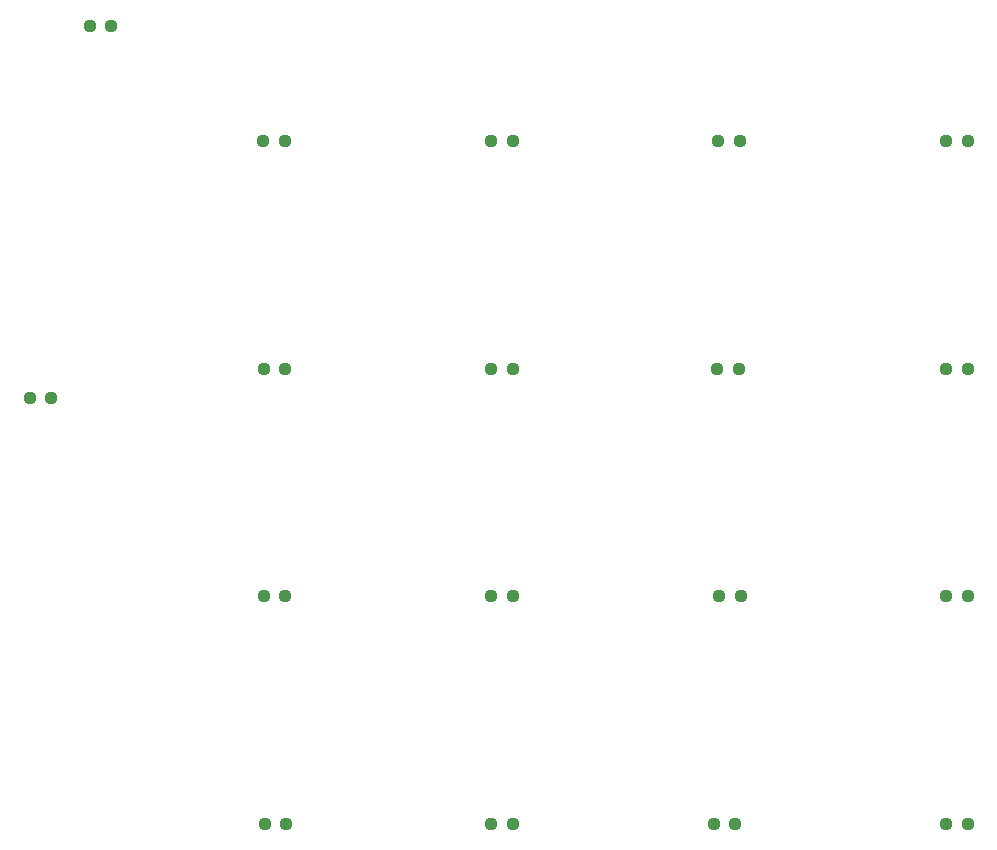
<source format=gbp>
G04 #@! TF.GenerationSoftware,KiCad,Pcbnew,9.0.0*
G04 #@! TF.CreationDate,2025-03-25T02:12:26-05:00*
G04 #@! TF.ProjectId,freeMacro_rev_1,66726565-4d61-4637-926f-5f7265765f31,rev?*
G04 #@! TF.SameCoordinates,Original*
G04 #@! TF.FileFunction,Paste,Bot*
G04 #@! TF.FilePolarity,Positive*
%FSLAX46Y46*%
G04 Gerber Fmt 4.6, Leading zero omitted, Abs format (unit mm)*
G04 Created by KiCad (PCBNEW 9.0.0) date 2025-03-25 02:12:26*
%MOMM*%
%LPD*%
G01*
G04 APERTURE LIST*
G04 Aperture macros list*
%AMRoundRect*
0 Rectangle with rounded corners*
0 $1 Rounding radius*
0 $2 $3 $4 $5 $6 $7 $8 $9 X,Y pos of 4 corners*
0 Add a 4 corners polygon primitive as box body*
4,1,4,$2,$3,$4,$5,$6,$7,$8,$9,$2,$3,0*
0 Add four circle primitives for the rounded corners*
1,1,$1+$1,$2,$3*
1,1,$1+$1,$4,$5*
1,1,$1+$1,$6,$7*
1,1,$1+$1,$8,$9*
0 Add four rect primitives between the rounded corners*
20,1,$1+$1,$2,$3,$4,$5,0*
20,1,$1+$1,$4,$5,$6,$7,0*
20,1,$1+$1,$6,$7,$8,$9,0*
20,1,$1+$1,$8,$9,$2,$3,0*%
G04 Aperture macros list end*
%ADD10RoundRect,0.237500X-0.250000X-0.237500X0.250000X-0.237500X0.250000X0.237500X-0.250000X0.237500X0*%
%ADD11RoundRect,0.237500X0.250000X0.237500X-0.250000X0.237500X-0.250000X-0.237500X0.250000X-0.237500X0*%
G04 APERTURE END LIST*
D10*
X93087500Y-74800000D03*
X94912500Y-74800000D03*
X112387500Y-74800000D03*
X114212500Y-74800000D03*
X150900000Y-74800000D03*
X152725000Y-74800000D03*
X112387500Y-132600000D03*
X114212500Y-132600000D03*
X131587500Y-74800000D03*
X133412500Y-74800000D03*
X150900000Y-113300000D03*
X152725000Y-113300000D03*
X112387500Y-94100000D03*
X114212500Y-94100000D03*
X131500000Y-94100000D03*
X133325000Y-94100000D03*
X150900000Y-94100000D03*
X152725000Y-94100000D03*
X73287500Y-96500000D03*
X75112500Y-96500000D03*
D11*
X80200000Y-65000000D03*
X78375000Y-65000000D03*
D10*
X112400000Y-113300000D03*
X114225000Y-113300000D03*
X93187500Y-132600000D03*
X95012500Y-132600000D03*
X131687500Y-113300000D03*
X133512500Y-113300000D03*
X150900000Y-132600000D03*
X152725000Y-132600000D03*
X93100000Y-113300000D03*
X94925000Y-113300000D03*
X131200000Y-132600000D03*
X133025000Y-132600000D03*
X93100000Y-94100000D03*
X94925000Y-94100000D03*
M02*

</source>
